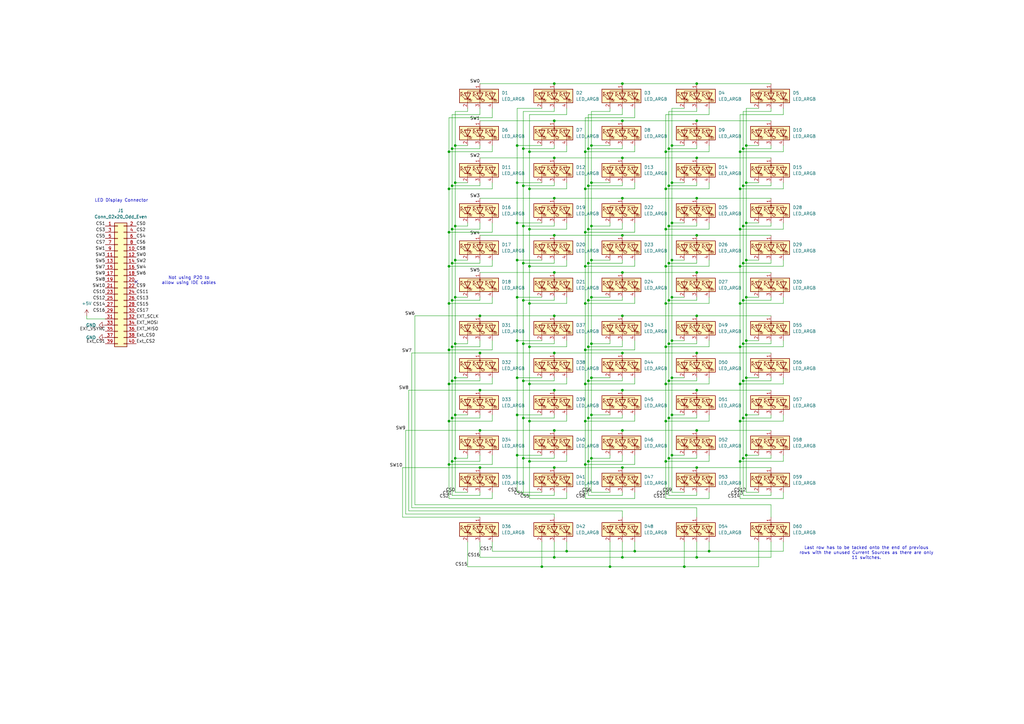
<source format=kicad_sch>
(kicad_sch (version 20231120) (generator "eeschema") (generator_version "8.0")
  (paper "A3")
  (junction (at 196.85 129.54))
  (junction (at 306.07 170.18))
  (junction (at 255.27 96.52))
  (junction (at 275.59 91.44))
  (junction (at 196.85 160.02))
  (junction (at 217.17 142.24))
  (junction (at 241.3 76.2))
  (junction (at 241.3 93.98))
  (junction (at 255.27 160.02))
  (junction (at 212.09 74.93))
  (junction (at 241.3 123.19))
  (junction (at 185.42 156.21))
  (junction (at 274.32 60.96))
  (junction (at 285.75 111.76))
  (junction (at 275.59 121.92))
  (junction (at 285.75 96.52))
  (junction (at 274.32 187.96))
  (junction (at 184.15 77.47))
  (junction (at 217.17 77.47))
  (junction (at 273.05 189.23))
  (junction (at 242.57 121.92))
  (junction (at 185.42 142.24))
  (junction (at 285.75 176.53))
  (junction (at 255.27 144.78))
  (junction (at 280.67 232.41))
  (junction (at 186.69 74.93))
  (junction (at 255.27 176.53))
  (junction (at 273.05 109.22))
  (junction (at 273.05 93.98))
  (junction (at 260.35 226.06))
  (junction (at 275.59 186.69))
  (junction (at 227.33 191.77))
  (junction (at 255.27 111.76))
  (junction (at 212.09 154.94))
  (junction (at 212.09 106.68))
  (junction (at 304.8 140.97))
  (junction (at 185.42 76.2))
  (junction (at 240.03 77.47))
  (junction (at 186.69 59.69))
  (junction (at 255.27 64.77))
  (junction (at 186.69 154.94))
  (junction (at 185.42 171.45))
  (junction (at 285.75 49.53))
  (junction (at 212.09 59.69))
  (junction (at 241.3 60.96))
  (junction (at 275.59 59.69))
  (junction (at 255.27 49.53))
  (junction (at 214.63 76.2))
  (junction (at 212.09 139.7))
  (junction (at 303.53 93.98))
  (junction (at 306.07 186.69))
  (junction (at 273.05 77.47))
  (junction (at 306.07 139.7))
  (junction (at 185.42 60.96))
  (junction (at 241.3 156.21))
  (junction (at 303.53 189.23))
  (junction (at 242.57 154.94))
  (junction (at 242.57 92.71))
  (junction (at 275.59 170.18))
  (junction (at 240.03 109.22))
  (junction (at 240.03 172.72))
  (junction (at 303.53 172.72))
  (junction (at 274.32 123.19))
  (junction (at 184.15 157.48))
  (junction (at 242.57 59.69))
  (junction (at 227.33 96.52))
  (junction (at 217.17 109.22))
  (junction (at 214.63 92.71))
  (junction (at 227.33 129.54))
  (junction (at 306.07 121.92))
  (junction (at 196.85 191.77))
  (junction (at 186.69 92.71))
  (junction (at 275.59 139.7))
  (junction (at 227.33 81.28))
  (junction (at 242.57 140.97))
  (junction (at 185.42 189.23))
  (junction (at 304.8 171.45))
  (junction (at 185.42 93.98))
  (junction (at 274.32 76.2))
  (junction (at 214.63 107.95))
  (junction (at 212.09 91.44))
  (junction (at 184.15 172.72))
  (junction (at 240.03 143.51))
  (junction (at 227.33 176.53))
  (junction (at 196.85 144.78))
  (junction (at 285.75 191.77))
  (junction (at 242.57 74.93))
  (junction (at 242.57 187.96))
  (junction (at 186.69 106.68))
  (junction (at 185.42 123.19))
  (junction (at 241.3 107.95))
  (junction (at 274.32 156.21))
  (junction (at 306.07 74.93))
  (junction (at 274.32 171.45))
  (junction (at 285.75 129.54))
  (junction (at 285.75 34.29))
  (junction (at 217.17 157.48))
  (junction (at 255.27 191.77))
  (junction (at 303.53 142.24))
  (junction (at 304.8 187.96))
  (junction (at 242.57 106.68))
  (junction (at 184.15 109.22))
  (junction (at 217.17 124.46))
  (junction (at 285.75 160.02))
  (junction (at 186.69 170.18))
  (junction (at 274.32 92.71))
  (junction (at 214.63 171.45))
  (junction (at 240.03 124.46))
  (junction (at 274.32 140.97))
  (junction (at 273.05 62.23))
  (junction (at 184.15 190.5))
  (junction (at 232.41 226.06))
  (junction (at 227.33 144.78))
  (junction (at 304.8 60.96))
  (junction (at 304.8 156.21))
  (junction (at 285.75 228.6))
  (junction (at 306.07 59.69))
  (junction (at 214.63 123.19))
  (junction (at 227.33 34.29))
  (junction (at 304.8 107.95))
  (junction (at 255.27 129.54))
  (junction (at 304.8 92.71))
  (junction (at 255.27 228.6))
  (junction (at 184.15 124.46))
  (junction (at 185.42 107.95))
  (junction (at 186.69 140.97))
  (junction (at 217.17 172.72))
  (junction (at 227.33 49.53))
  (junction (at 285.75 64.77))
  (junction (at 214.63 156.21))
  (junction (at 303.53 157.48))
  (junction (at 241.3 142.24))
  (junction (at 304.8 123.19))
  (junction (at 227.33 64.77))
  (junction (at 186.69 187.96))
  (junction (at 275.59 154.94))
  (junction (at 217.17 189.23))
  (junction (at 241.3 171.45))
  (junction (at 275.59 74.93))
  (junction (at 273.05 157.48))
  (junction (at 242.57 170.18))
  (junction (at 273.05 142.24))
  (junction (at 285.75 81.28))
  (junction (at 227.33 228.6))
  (junction (at 184.15 95.25))
  (junction (at 306.07 154.94))
  (junction (at 306.07 106.68))
  (junction (at 273.05 172.72))
  (junction (at 196.85 176.53))
  (junction (at 255.27 81.28))
  (junction (at 303.53 109.22))
  (junction (at 285.75 144.78))
  (junction (at 212.09 186.69))
  (junction (at 227.33 160.02))
  (junction (at 274.32 107.95))
  (junction (at 184.15 62.23))
  (junction (at 240.03 62.23))
  (junction (at 273.05 124.46))
  (junction (at 214.63 187.96))
  (junction (at 217.17 93.98))
  (junction (at 240.03 157.48))
  (junction (at 184.15 143.51))
  (junction (at 186.69 121.92))
  (junction (at 212.09 121.92))
  (junction (at 217.17 62.23))
  (junction (at 290.83 226.06))
  (junction (at 222.25 232.41))
  (junction (at 240.03 190.5))
  (junction (at 240.03 95.25))
  (junction (at 255.27 34.29))
  (junction (at 250.19 232.41))
  (junction (at 306.07 91.44))
  (junction (at 303.53 124.46))
  (junction (at 304.8 76.2))
  (junction (at 303.53 62.23))
  (junction (at 303.53 77.47))
  (junction (at 241.3 189.23))
  (junction (at 212.09 170.18))
  (junction (at 214.63 140.97))
  (junction (at 275.59 106.68))
  (junction (at 227.33 111.76))
  (junction (at 214.63 60.96))
  (no_connect (at 55.88 115.57))
  (wire (pts (xy 201.93 226.06) (xy 201.93 222.25)))
  (wire (pts (xy 240.03 157.48) (xy 260.35 157.48)))
  (wire (pts (xy 316.23 60.96) (xy 316.23 59.69)))
  (wire (pts (xy 201.93 106.68) (xy 201.93 109.22)))
  (wire (pts (xy 290.83 109.22) (xy 273.05 109.22)))
  (wire (pts (xy 241.3 203.2) (xy 241.3 189.23)))
  (wire (pts (xy 255.27 81.28) (xy 285.75 81.28)))
  (wire (pts (xy 242.57 74.93) (xy 242.57 92.71)))
  (wire (pts (xy 306.07 170.18) (xy 306.07 186.69)))
  (wire (pts (xy 227.33 44.45) (xy 227.33 45.72)))
  (wire (pts (xy 255.27 170.18) (xy 255.27 171.45)))
  (wire (pts (xy 290.83 91.44) (xy 290.83 93.98)))
  (wire (pts (xy 311.15 186.69) (xy 306.07 186.69)))
  (wire (pts (xy 232.41 189.23) (xy 232.41 186.69)))
  (wire (pts (xy 217.17 189.23) (xy 232.41 189.23)))
  (wire (pts (xy 186.69 201.93) (xy 191.77 201.93)))
  (wire (pts (xy 321.31 172.72) (xy 321.31 170.18)))
  (wire (pts (xy 241.3 156.21) (xy 241.3 171.45)))
  (wire (pts (xy 316.23 45.72) (xy 304.8 45.72)))
  (wire (pts (xy 240.03 204.47) (xy 260.35 204.47)))
  (wire (pts (xy 303.53 157.48) (xy 321.31 157.48)))
  (wire (pts (xy 191.77 187.96) (xy 186.69 187.96)))
  (wire (pts (xy 255.27 76.2) (xy 241.3 76.2)))
  (wire (pts (xy 274.32 203.2) (xy 274.32 187.96)))
  (wire (pts (xy 273.05 62.23) (xy 273.05 77.47)))
  (wire (pts (xy 232.41 93.98) (xy 232.41 91.44)))
  (wire (pts (xy 240.03 109.22) (xy 260.35 109.22)))
  (wire (pts (xy 285.75 144.78) (xy 316.23 144.78)))
  (wire (pts (xy 260.35 172.72) (xy 260.35 170.18)))
  (wire (pts (xy 196.85 64.77) (xy 227.33 64.77)))
  (wire (pts (xy 255.27 129.54) (xy 285.75 129.54)))
  (wire (pts (xy 191.77 222.25) (xy 191.77 232.41)))
  (wire (pts (xy 260.35 77.47) (xy 260.35 74.93)))
  (wire (pts (xy 227.33 154.94) (xy 227.33 156.21)))
  (wire (pts (xy 285.75 140.97) (xy 285.75 139.7)))
  (wire (pts (xy 316.23 76.2) (xy 304.8 76.2)))
  (wire (pts (xy 35.56 129.54) (xy 35.56 130.81)))
  (wire (pts (xy 255.27 121.92) (xy 255.27 123.19)))
  (wire (pts (xy 212.09 170.18) (xy 212.09 186.69)))
  (wire (pts (xy 275.59 170.18) (xy 275.59 186.69)))
  (wire (pts (xy 214.63 123.19) (xy 214.63 140.97)))
  (wire (pts (xy 274.32 45.72) (xy 285.75 45.72)))
  (wire (pts (xy 275.59 170.18) (xy 280.67 170.18)))
  (wire (pts (xy 255.27 123.19) (xy 241.3 123.19)))
  (wire (pts (xy 275.59 44.45) (xy 275.59 59.69)))
  (wire (pts (xy 285.75 203.2) (xy 285.75 201.93)))
  (wire (pts (xy 303.53 62.23) (xy 303.53 77.47)))
  (wire (pts (xy 242.57 59.69) (xy 242.57 74.93)))
  (wire (pts (xy 275.59 59.69) (xy 280.67 59.69)))
  (wire (pts (xy 184.15 48.26) (xy 184.15 62.23)))
  (wire (pts (xy 217.17 142.24) (xy 217.17 157.48)))
  (wire (pts (xy 227.33 201.93) (xy 227.33 203.2)))
  (wire (pts (xy 168.91 144.78) (xy 196.85 144.78)))
  (wire (pts (xy 186.69 59.69) (xy 191.77 59.69)))
  (wire (pts (xy 275.59 91.44) (xy 275.59 106.68)))
  (wire (pts (xy 242.57 121.92) (xy 250.19 121.92)))
  (wire (pts (xy 196.85 212.09) (xy 165.1 212.09)))
  (wire (pts (xy 240.03 190.5) (xy 240.03 204.47)))
  (wire (pts (xy 242.57 154.94) (xy 250.19 154.94)))
  (wire (pts (xy 217.17 93.98) (xy 217.17 109.22)))
  (wire (pts (xy 290.83 226.06) (xy 260.35 226.06)))
  (wire (pts (xy 260.35 143.51) (xy 240.03 143.51)))
  (wire (pts (xy 227.33 160.02) (xy 255.27 160.02)))
  (wire (pts (xy 303.53 124.46) (xy 321.31 124.46)))
  (wire (pts (xy 316.23 121.92) (xy 316.23 123.19)))
  (wire (pts (xy 285.75 34.29) (xy 316.23 34.29)))
  (wire (pts (xy 316.23 171.45) (xy 304.8 171.45)))
  (wire (pts (xy 255.27 176.53) (xy 285.75 176.53)))
  (wire (pts (xy 255.27 203.2) (xy 255.27 201.93)))
  (wire (pts (xy 165.1 212.09) (xy 165.1 191.77)))
  (wire (pts (xy 185.42 142.24) (xy 185.42 156.21)))
  (wire (pts (xy 214.63 45.72) (xy 214.63 60.96)))
  (wire (pts (xy 186.69 45.72) (xy 186.69 59.69)))
  (wire (pts (xy 184.15 124.46) (xy 184.15 143.51)))
  (wire (pts (xy 260.35 186.69) (xy 260.35 190.5)))
  (wire (pts (xy 316.23 139.7) (xy 316.23 140.97)))
  (wire (pts (xy 290.83 204.47) (xy 273.05 204.47)))
  (wire (pts (xy 212.09 121.92) (xy 212.09 139.7)))
  (wire (pts (xy 196.85 76.2) (xy 196.85 74.93)))
  (wire (pts (xy 240.03 109.22) (xy 240.03 124.46)))
  (wire (pts (xy 290.83 59.69) (xy 290.83 62.23)))
  (wire (pts (xy 311.15 91.44) (xy 306.07 91.44)))
  (wire (pts (xy 240.03 172.72) (xy 240.03 190.5)))
  (wire (pts (xy 184.15 124.46) (xy 201.93 124.46)))
  (wire (pts (xy 227.33 121.92) (xy 227.33 123.19)))
  (wire (pts (xy 217.17 62.23) (xy 217.17 46.99)))
  (wire (pts (xy 274.32 203.2) (xy 285.75 203.2)))
  (wire (pts (xy 255.27 191.77) (xy 285.75 191.77)))
  (wire (pts (xy 250.19 139.7) (xy 250.19 140.97)))
  (wire (pts (xy 241.3 76.2) (xy 241.3 93.98)))
  (wire (pts (xy 290.83 222.25) (xy 290.83 226.06)))
  (wire (pts (xy 227.33 186.69) (xy 227.33 187.96)))
  (wire (pts (xy 241.3 107.95) (xy 241.3 123.19)))
  (wire (pts (xy 306.07 74.93) (xy 306.07 91.44)))
  (wire (pts (xy 274.32 92.71) (xy 285.75 92.71)))
  (wire (pts (xy 196.85 123.19) (xy 196.85 121.92)))
  (wire (pts (xy 285.75 187.96) (xy 285.75 186.69)))
  (wire (pts (xy 290.83 46.99) (xy 273.05 46.99)))
  (wire (pts (xy 185.42 76.2) (xy 185.42 93.98)))
  (wire (pts (xy 196.85 106.68) (xy 196.85 107.95)))
  (wire (pts (xy 285.75 222.25) (xy 285.75 228.6)))
  (wire (pts (xy 217.17 62.23) (xy 232.41 62.23)))
  (wire (pts (xy 227.33 111.76) (xy 255.27 111.76)))
  (wire (pts (xy 274.32 140.97) (xy 274.32 156.21)))
  (wire (pts (xy 285.75 49.53) (xy 316.23 49.53)))
  (wire (pts (xy 311.15 139.7) (xy 306.07 139.7)))
  (wire (pts (xy 260.35 59.69) (xy 260.35 62.23)))
  (wire (pts (xy 285.75 170.18) (xy 285.75 171.45)))
  (wire (pts (xy 275.59 121.92) (xy 275.59 139.7)))
  (wire (pts (xy 214.63 123.19) (xy 227.33 123.19)))
  (wire (pts (xy 214.63 76.2) (xy 214.63 92.71)))
  (wire (pts (xy 303.53 109.22) (xy 303.53 124.46)))
  (wire (pts (xy 316.23 207.01) (xy 170.18 207.01)))
  (wire (pts (xy 217.17 93.98) (xy 232.41 93.98)))
  (wire (pts (xy 240.03 143.51) (xy 240.03 157.48)))
  (wire (pts (xy 241.3 203.2) (xy 255.27 203.2)))
  (wire (pts (xy 316.23 107.95) (xy 316.23 106.68)))
  (wire (pts (xy 201.93 186.69) (xy 201.93 190.5)))
  (wire (pts (xy 321.31 186.69) (xy 321.31 189.23)))
  (wire (pts (xy 227.33 107.95) (xy 214.63 107.95)))
  (wire (pts (xy 35.56 130.81) (xy 43.18 130.81)))
  (wire (pts (xy 303.53 77.47) (xy 303.53 93.98)))
  (wire (pts (xy 285.75 156.21) (xy 285.75 154.94)))
  (wire (pts (xy 273.05 189.23) (xy 273.05 204.47)))
  (wire (pts (xy 212.09 44.45) (xy 212.09 59.69)))
  (wire (pts (xy 304.8 60.96) (xy 316.23 60.96)))
  (wire (pts (xy 290.83 93.98) (xy 273.05 93.98)))
  (wire (pts (xy 196.85 189.23) (xy 185.42 189.23)))
  (wire (pts (xy 304.8 171.45) (xy 304.8 187.96)))
  (wire (pts (xy 217.17 46.99) (xy 232.41 46.99)))
  (wire (pts (xy 260.35 154.94) (xy 260.35 157.48)))
  (wire (pts (xy 316.23 228.6) (xy 285.75 228.6)))
  (wire (pts (xy 232.41 62.23) (xy 232.41 59.69)))
  (wire (pts (xy 232.41 121.92) (xy 232.41 124.46)))
  (wire (pts (xy 201.93 201.93) (xy 201.93 204.47)))
  (wire (pts (xy 241.3 46.99) (xy 255.27 46.99)))
  (wire (pts (xy 303.53 124.46) (xy 303.53 142.24)))
  (wire (pts (xy 240.03 77.47) (xy 260.35 77.47)))
  (wire (pts (xy 167.64 160.02) (xy 196.85 160.02)))
  (wire (pts (xy 214.63 107.95) (xy 214.63 123.19)))
  (wire (pts (xy 260.35 201.93) (xy 260.35 204.47)))
  (wire (pts (xy 321.31 157.48) (xy 321.31 154.94)))
  (wire (pts (xy 260.35 226.06) (xy 232.41 226.06)))
  (wire (pts (xy 165.1 191.77) (xy 196.85 191.77)))
  (wire (pts (xy 304.8 156.21) (xy 316.23 156.21)))
  (wire (pts (xy 241.3 60.96) (xy 241.3 46.99)))
  (wire (pts (xy 316.23 186.69) (xy 316.23 187.96)))
  (wire (pts (xy 201.93 48.26) (xy 184.15 48.26)))
  (wire (pts (xy 321.31 222.25) (xy 321.31 226.06)))
  (wire (pts (xy 201.93 139.7) (xy 201.93 143.51)))
  (wire (pts (xy 255.27 222.25) (xy 255.27 228.6)))
  (wire (pts (xy 290.83 139.7) (xy 290.83 142.24)))
  (wire (pts (xy 255.27 96.52) (xy 285.75 96.52)))
  (wire (pts (xy 196.85 96.52) (xy 227.33 96.52)))
  (wire (pts (xy 290.83 44.45) (xy 290.83 46.99)))
  (wire (pts (xy 222.25 44.45) (xy 212.09 44.45)))
  (wire (pts (xy 212.09 106.68) (xy 222.25 106.68)))
  (wire (pts (xy 191.77 232.41) (xy 222.25 232.41)))
  (wire (pts (xy 275.59 121.92) (xy 280.67 121.92)))
  (wire (pts (xy 321.31 124.46) (xy 321.31 121.92)))
  (wire (pts (xy 186.69 92.71) (xy 186.69 106.68)))
  (wire (pts (xy 201.93 77.47) (xy 201.93 74.93)))
  (wire (pts (xy 201.93 44.45) (xy 201.93 48.26)))
  (wire (pts (xy 191.77 139.7) (xy 191.77 140.97)))
  (wire (pts (xy 273.05 172.72) (xy 273.05 189.23)))
  (wire (pts (xy 227.33 81.28) (xy 255.27 81.28)))
  (wire (pts (xy 240.03 172.72) (xy 260.35 172.72)))
  (wire (pts (xy 185.42 171.45) (xy 196.85 171.45)))
  (wire (pts (xy 196.85 156.21) (xy 185.42 156.21)))
  (wire (pts (xy 274.32 156.21) (xy 285.75 156.21)))
  (wire (pts (xy 240.03 124.46) (xy 260.35 124.46)))
  (wire (pts (xy 285.75 208.28) (xy 168.91 208.28)))
  (wire (pts (xy 196.85 111.76) (xy 227.33 111.76)))
  (wire (pts (xy 184.15 77.47) (xy 184.15 95.25)))
  (wire (pts (xy 242.57 201.93) (xy 250.19 201.93)))
  (wire (pts (xy 217.17 157.48) (xy 217.17 172.72)))
  (wire (pts (xy 227.33 106.68) (xy 227.33 107.95)))
  (wire (pts (xy 196.85 160.02) (xy 227.33 160.02)))
  (wire (pts (xy 201.93 143.51) (xy 184.15 143.51)))
  (wire (pts (xy 290.83 142.24) (xy 273.05 142.24)))
  (wire (pts (xy 185.42 76.2) (xy 196.85 76.2)))
  (wire (pts (xy 321.31 142.24) (xy 303.53 142.24)))
  (wire (pts (xy 196.85 60.96) (xy 185.42 60.96)))
  (wire (pts (xy 212.09 201.93) (xy 222.25 201.93)))
  (wire (pts (xy 304.8 156.21) (xy 304.8 171.45)))
  (wire (pts (xy 227.33 64.77) (xy 255.27 64.77)))
  (wire (pts (xy 255.27 209.55) (xy 167.64 209.55)))
  (wire (pts (xy 227.33 74.93) (xy 227.33 76.2)))
  (wire (pts (xy 167.64 209.55) (xy 167.64 160.02)))
  (wire (pts (xy 196.85 154.94) (xy 196.85 156.21)))
  (wire (pts (xy 185.42 107.95) (xy 185.42 123.19)))
  (wire (pts (xy 240.03 157.48) (xy 240.03 172.72)))
  (wire (pts (xy 227.33 129.54) (xy 255.27 129.54)))
  (wire (pts (xy 185.42 123.19) (xy 185.42 142.24)))
  (wire (pts (xy 212.09 186.69) (xy 212.09 201.93)))
  (wire (pts (xy 255.27 160.02) (xy 285.75 160.02)))
  (wire (pts (xy 250.19 45.72) (xy 242.57 45.72)))
  (wire (pts (xy 274.32 156.21) (xy 274.32 171.45)))
  (wire (pts (xy 201.93 109.22) (xy 184.15 109.22)))
  (wire (pts (xy 186.69 154.94) (xy 191.77 154.94)))
  (wire (pts (xy 306.07 154.94) (xy 306.07 170.18)))
  (wire (pts (xy 321.31 62.23) (xy 321.31 59.69)))
  (wire (pts (xy 186.69 121.92) (xy 191.77 121.92)))
  (wire (pts (xy 212.09 74.93) (xy 222.25 74.93)))
  (wire (pts (xy 232.41 204.47) (xy 232.41 201.93)))
  (wire (pts (xy 304.8 187.96) (xy 304.8 203.2)))
  (wire (pts (xy 250.19 92.71) (xy 242.57 92.71)))
  (wire (pts (xy 303.53 172.72) (xy 321.31 172.72)))
  (wire (pts (xy 184.15 143.51) (xy 184.15 157.48)))
  (wire (pts (xy 242.57 45.72) (xy 242.57 59.69)))
  (wire (pts (xy 227.33 140.97) (xy 214.63 140.97)))
  (wire (pts (xy 242.57 106.68) (xy 242.57 121.92)))
  (wire (pts (xy 214.63 140.97) (xy 214.63 156.21)))
  (wire (pts (xy 242.57 121.92) (xy 242.57 140.97)))
  (wire (pts (xy 306.07 106.68) (xy 311.15 106.68)))
  (wire (pts (xy 316.23 123.19) (xy 304.8 123.19)))
  (wire (pts (xy 196.85 191.77) (xy 227.33 191.77)))
  (wire (pts (xy 255.27 171.45) (xy 241.3 171.45)))
  (wire (pts (xy 217.17 157.48) (xy 232.41 157.48)))
  (wire (pts (xy 227.33 59.69) (xy 227.33 60.96)))
  (wire (pts (xy 285.75 74.93) (xy 285.75 76.2)))
  (wire (pts (xy 255.27 44.45) (xy 255.27 46.99)))
  (wire (pts (xy 227.33 45.72) (xy 214.63 45.72)))
  (wire (pts (xy 303.53 93.98) (xy 303.53 109.22)))
  (wire (pts (xy 304.8 123.19) (xy 304.8 140.97)))
  (wire (pts (xy 212.09 59.69) (xy 222.25 59.69)))
  (wire (pts (xy 222.25 91.44) (xy 212.09 91.44)))
  (wire (pts (xy 217.17 109.22) (xy 232.41 109.22)))
  (wire (pts (xy 316.23 222.25) (xy 316.23 228.6)))
  (wire (pts (xy 196.85 81.28) (xy 227.33 81.28)))
  (wire (pts (xy 285.75 92.71) (xy 285.75 91.44)))
  (wire (pts (xy 186.69 74.93) (xy 186.69 92.71)))
  (wire (pts (xy 285.75 121.92) (xy 285.75 123.19)))
  (wire (pts (xy 241.3 93.98) (xy 241.3 107.95)))
  (wire (pts (xy 227.33 96.52) (xy 255.27 96.52)))
  (wire (pts (xy 227.33 60.96) (xy 214.63 60.96)))
  (wire (pts (xy 321.31 46.99) (xy 303.53 46.99)))
  (wire (pts (xy 191.77 140.97) (xy 186.69 140.97)))
  (wire (pts (xy 255.27 49.53) (xy 285.75 49.53)))
  (wire (pts (xy 285.75 123.19) (xy 274.32 123.19)))
  (wire (pts (xy 273.05 142.24) (xy 273.05 157.48)))
  (wire (pts (xy 316.23 187.96) (xy 304.8 187.96)))
  (wire (pts (xy 260.35 106.68) (xy 260.35 109.22)))
  (wire (pts (xy 201.93 95.25) (xy 184.15 95.25)))
  (wire (pts (xy 227.33 91.44) (xy 227.33 92.71)))
  (wire (pts (xy 227.33 222.25) (xy 227.33 228.6)))
  (wire (pts (xy 222.25 222.25) (xy 222.25 232.41)))
  (wire (pts (xy 285.75 191.77) (xy 316.23 191.77)))
  (wire (pts (xy 201.93 172.72) (xy 201.93 170.18)))
  (wire (pts (xy 201.93 204.47) (xy 184.15 204.47)))
  (wire (pts (xy 241.3 142.24) (xy 255.27 142.24)))
  (wire (pts (xy 280.67 186.69) (xy 275.59 186.69)))
  (wire (pts (xy 185.42 156.21) (xy 185.42 171.45)))
  (wire (pts (xy 306.07 59.69) (xy 306.07 74.93)))
  (wire (pts (xy 201.93 157.48) (xy 184.15 157.48)))
  (wire (pts (xy 212.09 154.94) (xy 212.09 170.18)))
  (wire (pts (xy 255.27 74.93) (xy 255.27 76.2)))
  (wire (pts (xy 321.31 91.44) (xy 321.31 93.98)))
  (wire (pts (xy 232.41 124.46) (xy 217.17 124.46)))
  (wire (pts (xy 285.75 176.53) (xy 316.23 176.53)))
  (wire (pts (xy 290.83 62.23) (xy 273.05 62.23)))
  (wire (pts (xy 241.3 93.98) (xy 255.27 93.98)))
  (wire (pts (xy 214.63 76.2) (xy 227.33 76.2)))
  (wire (pts (xy 303.53 157.48) (xy 303.53 172.72)))
  (wire (pts (xy 316.23 92.71) (xy 304.8 92.71)))
  (wire (pts (xy 232.41 142.24) (xy 232.41 139.7)))
  (wire (pts (xy 186.69 74.93) (xy 191.77 74.93)))
  (wire (pts (xy 201.93 154.94) (xy 201.93 157.48)))
  (wire (pts (xy 280.67 222.25) (xy 280.67 232.41)))
  (wire (pts (xy 212.09 154.94) (xy 222.25 154.94)))
  (wire (pts (xy 250.19 91.44) (xy 250.19 92.71)))
  (wire (pts (xy 250.19 232.41) (xy 280.67 232.41)))
  (wire (pts (xy 290.83 186.69) (xy 290.83 189.23)))
  (wire (pts (xy 285.75 129.54) (xy 316.23 129.54)))
  (wire (pts (xy 285.75 111.76) (xy 316.23 111.76)))
  (wire (pts (xy 250.19 222.25) (xy 250.19 232.41)))
  (wire (pts (xy 184.15 190.5) (xy 184.15 204.47)))
  (wire (pts (xy 274.32 60.96) (xy 274.32 45.72)))
  (wire (pts (xy 250.19 140.97) (xy 242.57 140.97)))
  (wire (pts (xy 260.35 222.25) (xy 260.35 226.06)))
  (wire (pts (xy 222.25 186.69) (xy 212.09 186.69)))
  (wire (pts (xy 303.53 109.22) (xy 321.31 109.22)))
  (wire (pts (xy 285.75 96.52) (xy 316.23 96.52)))
  (wire (pts (xy 255.27 107.95) (xy 255.27 106.68)))
  (wire (pts (xy 212.09 139.7) (xy 212.09 154.94)))
  (wire (pts (xy 273.05 77.47) (xy 290.83 77.47)))
  (wire (pts (xy 186.69 106.68) (xy 186.69 121.92)))
  (wire (pts (xy 311.15 44.45) (xy 306.07 44.45)))
  (wire (pts (xy 306.07 59.69) (xy 311.15 59.69)))
  (wire (pts (xy 255.27 228.6) (xy 227.33 228.6)))
  (wire (pts (xy 321.31 189.23) (xy 303.53 189.23)))
  (wire (pts (xy 303.53 62.23) (xy 321.31 62.23)))
  (wire (pts (xy 185.42 46.99) (xy 185.42 60.96)))
  (wire (pts (xy 274.32 76.2) (xy 274.32 92.71)))
  (wire (pts (xy 184.15 95.25) (xy 184.15 109.22)))
  (wire (pts (xy 316.23 74.93) (xy 316.23 76.2)))
  (wire (pts (xy 306.07 121.92) (xy 306.07 139.7)))
  (wire (pts (xy 260.35 44.45) (xy 260.35 48.26)))
  (wire (pts (xy 303.53 172.72) (xy 303.53 189.23)))
  (wire (pts (xy 240.03 48.26) (xy 240.03 62.23)))
  (wire (pts (xy 241.3 189.23) (xy 255.27 189.23)))
  (wire (pts (xy 255.27 156.21) (xy 255.27 154.94)))
  (wire (pts (xy 304.8 92.71) (xy 304.8 107.95)))
  (wire (pts (xy 186.69 106.68) (xy 191.77 106.68)))
  (wire (pts (xy 260.35 91.44) (xy 260.35 95.25)))
  (wire (pts (xy 201.93 190.5) (xy 184.15 190.5)))
  (wire (pts (xy 273.05 93.98) (xy 273.05 109.22)))
  (wire (pts (xy 290.83 172.72) (xy 290.83 170.18)))
  (wire (pts (xy 217.17 204.47) (xy 217.17 189.23)))
  (wire (pts (xy 321.31 77.47) (xy 321.31 74.93)))
  (wire (pts (xy 196.85 59.69) (xy 196.85 60.96)))
  (wire (pts (xy 242.57 106.68) (xy 250.19 106.68)))
  (wire (pts (xy 316.23 203.2) (xy 316.23 201.93)))
  (wire (pts (xy 316.23 140.97) (xy 304.8 140.97)))
  (wire (pts (xy 280.67 139.7) (xy 275.59 139.7)))
  (wire (pts (xy 290.83 201.93) (xy 290.83 204.47)))
  (wire (pts (xy 316.23 170.18) (xy 316.23 171.45)))
  (wire (pts (xy 214.63 60.96) (xy 214.63 76.2)))
  (wire (pts (xy 274.32 140.97) (xy 285.75 140.97)))
  (wire (pts (xy 196.85 201.93) (xy 196.85 203.2)))
  (wire (pts (xy 250.19 44.45) (xy 250.19 45.72)))
  (wire (pts (xy 227.33 228.6) (xy 196.85 228.6)))
  (wire (pts (xy 304.8 107.95) (xy 304.8 123.19)))
  (wire (pts (xy 212.09 170.18) (xy 222.25 170.18)))
  (wire (pts (xy 303.53 204.47) (xy 321.31 204.47)))
  (wire (pts (xy 321.31 93.98) (xy 303.53 93.98)))
  (wire (pts (xy 201.93 62.23) (xy 184.15 62.23)))
  (wire (pts (xy 196.85 93.98) (xy 185.42 93.98)))
  (wire (pts (xy 196.85 203.2) (xy 185.42 203.2)))
  (wire (pts (xy 321.31 44.45) (xy 321.31 46.99)))
  (wire (pts (xy 242.57 154.94) (xy 242.57 170.18)))
  (wire (pts (xy 285.75 171.45) (xy 274.32 171.45)))
  (wire (pts (xy 201.93 124.46) (xy 201.93 121.92)))
  (wire (pts (xy 227.33 34.29) (xy 255.27 34.29)))
  (wire (pts (xy 227.33 144.78) (xy 255.27 144.78)))
  (wire (pts (xy 227.33 139.7) (xy 227.33 140.97)))
  (wire (pts (xy 227.33 212.09) (xy 227.33 210.82)))
  (wire (pts (xy 250.19 187.96) (xy 242.57 187.96)))
  (wire (pts (xy 316.23 212.09) (xy 316.23 207.01)))
  (wire (pts (xy 260.35 48.26) (xy 240.03 48.26)))
  (wire (pts (xy 275.59 74.93) (xy 280.67 74.93)))
  (wire (pts (xy 191.77 186.69) (xy 191.77 187.96)))
  (wire (pts (xy 285.75 76.2) (xy 274.32 76.2)))
  (wire (pts (xy 196.85 171.45) (xy 196.85 170.18)))
  (wire (pts (xy 232.41 46.99) (xy 232.41 44.45)))
  (wire (pts (xy 321.31 139.7) (xy 321.31 142.24)))
  (wire (pts (xy 273.05 124.46) (xy 290.83 124.46)))
  (wire (pts (xy 304.8 203.2) (xy 316.23 203.2)))
  (wire (pts (xy 232.41 157.48) (xy 232.41 154.94)))
  (wire (pts (xy 274.32 76.2) (xy 274.32 60.96)))
  (wire (pts (xy 303.53 189.23) (xy 303.53 204.47)))
  (wire (pts (xy 255.27 139.7) (xy 255.27 142.24)))
  (wire (pts (xy 222.25 139.7) (xy 212.09 139.7)))
  (wire (pts (xy 260.35 124.46) (xy 260.35 121.92)))
  (wire (pts (xy 255.27 34.29) (xy 285.75 34.29)))
  (wire (pts (xy 232.41 74.93) (xy 232.41 77.47)))
  (wire (pts (xy 184.15 172.72) (xy 201.93 172.72)))
  (wire (pts (xy 280.67 232.41) (xy 311.15 232.41)))
  (wire (pts (xy 196.85 142.24) (xy 185.42 142.24)))
  (wire (pts (xy 260.35 139.7) (xy 260.35 143.51)))
  (wire (pts (xy 321.31 109.22) (xy 321.31 106.68)))
  (wire (pts (xy 227.33 92.71) (xy 214.63 92.71)))
  (wire (pts (xy 304.8 76.2) (xy 304.8 92.71)))
  (wire (pts (xy 290.83 106.68) (xy 290.83 109.22)))
  (wire (pts (xy 201.93 91.44) (xy 201.93 95.25)))
  (wire (pts (xy 240.03 62.23) (xy 260.35 62.23)))
  (wire (pts (xy 303.53 77.47) (xy 321.31 77.47)))
  (wire (pts (xy 316.23 44.45) (xy 316.23 45.72)))
  (wire (pts (xy 285.75 64.77) (xy 316.23 64.77)))
  (wire (pts (xy 316.23 156.21) (xy 316.23 154.94)))
  (wire (pts (xy 260.35 95.25) (xy 240.03 95.25)))
  (wire (pts (xy 201.93 59.69) (xy 201.93 62.23)))
  (wire (pts (xy 242.57 74.93) (xy 250.19 74.93)))
  (wire (pts (xy 280.67 91.44) (xy 275.59 91.44)))
  (wire (pts (xy 285.75 60.96) (xy 285.75 59.69)))
  (wire (pts (xy 274.32 107.95) (xy 274.32 123.19)))
  (wire (pts (xy 214.63 92.71) (xy 214.63 107.95)))
  (wire (pts (xy 227.33 191.77) (xy 255.27 191.77)))
  (wire (pts (xy 227.33 203.2) (xy 214.63 203.2)))
  (wire (pts (xy 290.83 189.23) (xy 273.05 189.23)))
  (wire (pts (xy 303.53 46.99) (xy 303.53 62.23)))
  (wire (pts (xy 186.69 59.69) (xy 186.69 74.93)))
  (wire (pts (xy 242.57 187.96) (xy 242.57 201.93)))
  (wire (pts (xy 241.3 60.96) (xy 255.27 60.96)))
  (wire (pts (xy 196.85 186.69) (xy 196.85 189.23)))
  (wire (pts (xy 273.05 157.48) (xy 273.05 172.72)))
  (wire (pts (xy 274.32 187.96) (xy 285.75 187.96)))
  (wire (pts (xy 217.17 142.24) (xy 232.41 142.24)))
  (wire (pts (xy 217.17 77.47) (xy 217.17 93.98)))
  (wire (pts (xy 260.35 190.5) (xy 240.03 190.5)))
  (wire (pts (xy 241.3 142.24) (xy 241.3 156.21)))
  (wire (pts (xy 196.85 44.45) (xy 196.85 46.99)))
  (wire (pts (xy 184.15 172.72) (xy 184.15 190.5)))
  (wire (pts (xy 232.41 222.25) (xy 232.41 226.06)))
  (wire (pts (xy 166.37 210.82) (xy 166.37 176.53)))
  (wire (pts (xy 306.07 201.93) (xy 311.15 201.93)))
  (wire (pts (xy 184.15 157.48) (xy 184.15 172.72)))
  (wire (pts (xy 304.8 45.72) (xy 304.8 60.96)))
  (wire (pts (xy 285.75 208.28) (xy 285.75 212.09)))
  (wire (pts (xy 274.32 171.45) (xy 274.32 187.96)))
  (wire (pts (xy 196.85 129.54) (xy 227.33 129.54)))
  (wire (pts (xy 273.05 77.47) (xy 273.05 93.98)))
  (wire (pts (xy 242.57 140.97) (xy 242.57 154.94)))
  (wire (pts (xy 242.57 59.69) (xy 250.19 59.69)))
  (wire (pts (xy 186.69 154.94) (xy 186.69 170.18)))
  (wire (pts (xy 311.15 232.41) (xy 311.15 222.25)))
  (wire (pts (xy 240.03 77.47) (xy 240.03 95.25)))
  (wire (pts (xy 306.07 74.93) (xy 311.15 74.93)))
  (wire (pts (xy 306.07 139.7) (xy 306.07 154.94)))
  (wire (pts (xy 306.07 154.94) (xy 311.15 154.94)))
  (wire (pts (xy 214.63 171.45) (xy 227.33 171.45)))
  (wire (pts (xy 240.03 62.23) (xy 240.03 77.47)))
  (wire (pts (xy 273.05 109.22) (xy 273.05 124.46)))
  (wire (pts (xy 275.59 106.68) (xy 275.59 121.92)))
  (wire (pts (xy 290.83 77.47) (xy 290.83 74.93)))
  (wire (pts (xy 196.85 46.99) (xy 185.42 46.99)))
  (wire (pts (xy 255.27 212.09) (xy 255.27 209.55)))
  (wire (pts (xy 227.33 187.96) (xy 214.63 187.96)))
  (wire (pts (xy 255.27 91.44) (xy 255.27 93.98)))
  (wire (pts (xy 168.91 208.28) (xy 168.91 144.78)))
  (wire (pts (xy 214.63 156.21) (xy 214.63 171.45)))
  (wire (pts (xy 232.41 109.22) (xy 232.41 106.68)))
  (wire (pts (xy 191.77 92.71) (xy 186.69 92.71)))
  (wire (pts (xy 255.27 60.96) (xy 255.27 59.69)))
  (wire (pts (xy 321.31 226.06) (xy 290.83 226.06)))
  (wire (pts (xy 217.17 109.22) (xy 217.17 124.46)))
  (wire (pts (xy 196.85 228.6) (xy 196.85 222.25)))
  (wire (pts (xy 255.27 111.76) (xy 285.75 111.76)))
  (wire (pts (xy 232.41 170.18) (xy 232.41 172.72)))
  (wire (pts (xy 241.3 156.21) (xy 255.27 156.21)))
  (wire (pts (xy 290.83 124.46) (xy 290.83 121.92)))
  (wire (pts (xy 306.07 91.44) (xy 306.07 106.68)))
  (wire (pts (xy 255.27 144.78) (xy 285.75 144.78)))
  (wire (pts (xy 242.57 92.71) (xy 242.57 106.68)))
  (wire (pts (xy 275.59 106.68) (xy 280.67 106.68)))
  (wire (pts (xy 306.07 106.68) (xy 306.07 121.92)))
  (wire (pts (xy 304.8 107.95) (xy 316.23 107.95)))
  (wire (pts (xy 306.07 186.69) (xy 306.07 201.93)))
  (wire (pts (xy 227.33 49.53) (xy 255.27 49.53)))
  (wire (pts (xy 196.85 139.7) (xy 196.85 142.24)))
  (wire (pts (xy 185.42 60.96) (xy 185.42 76.2)))
  (wire (pts (xy 232.41 226.06) (xy 201.93 226.06)))
  (wire (pts (xy 166.37 176.53) (xy 196.85 176.53)))
  (wire (pts (xy 191.77 91.44) (xy 191.77 92.71)))
  (wire (pts (xy 275.59 154.94) (xy 280.67 154.94)))
  (wire (pts (xy 240.03 124.46) (xy 240.03 143.51)))
  (wire (pts (xy 285.75 160.02) (xy 316.23 160.02)))
  (wire (pts (xy 214.63 187.96) (xy 214.63 203.2)))
  (wire (pts (xy 227.33 210.82) (xy 166.37 210.82)))
  (wire (pts (xy 196.85 91.44) (xy 196.85 93.98)))
  (wire (pts (xy 274.32 123.19) (xy 274.32 140.97)))
  (wire (pts (xy 285.75 107.95) (xy 285.75 106.68)))
  (wire (pts (xy 255.27 186.69) (xy 255.27 189.23)))
  (wire (pts (xy 275.59 201.93) (xy 280.67 201.93)))
  (wire (pts (xy 242.57 170.18) (xy 250.19 170.18)))
  (wire (pts (xy 303.53 142.24) (xy 303.53 157.48)))
  (wire (pts (xy 240.03 95.25) (xy 240.03 109.22)))
  (wire (pts (xy 217.17 172.72) (xy 217.17 189.23)))
  (wire (pts (xy 304.8 140.97) (xy 304.8 156.21)))
  (wire (pts (xy 212.09 59.69) (xy 212.09 74.93)))
  (wire (pts (xy 242.57 170.18) (xy 242.57 187.96)))
  (wire (pts (xy 273.05 124.46) (xy 273.05 142.24)))
  (wire (pts (xy 241.3 76.2) (xy 241.3 60.96)))
  (wire (pts (xy 274.32 60.96) (xy 285.75 60.96)))
  (wire (pts (xy 275.59 154.94) (xy 275.59 170.18)))
  (wire (pts (xy 275.59 186.69) (xy 275.59 201.93)))
  (wire (pts (xy 170.18 129.54) (xy 196.85 129.54)))
  (wire (pts (xy 241.3 171.45) (xy 241.3 189.23)))
  (wire (pts (xy 285.75 81.28) (xy 316.23 81.28)))
  (wire (pts (xy 217.17 204.47) (xy 232.41 204.47)))
  (wire (pts (xy 212.09 106.68) (xy 212.09 121.92)))
  (wire (pts (xy 185.42 93.98) (xy 185.42 107.95)))
  (wire (pts (xy 290.83 154.94) (xy 290.83 157.48)))
  (wire (pts (xy 275.59 59.69) (xy 275.59 74.93)))
  (wire (pts (xy 316.23 91.44) (xy 316.23 92.71)))
  (wire (pts (xy 217.17 124.46) (xy 217.17 142.24)))
  (wire (pts (xy 217.17 77.47) (xy 217.17 62.23)))
  (wire (pts (xy 274.32 107.95) (xy 285.75 107.95)))
  (wire (pts (xy 227.33 170.18) (xy 227.33 171.45)))
  (wire (pts (xy 285.75 45.72) (xy 285.75 44.45)))
  (wire (pts (xy 275.59 139.7) (xy 275.59 154.94)))
  (wire (pts (xy 285.75 228.6) (xy 255.27 228.6)))
  (wire (pts (xy 170.18 207.01) (xy 170.18 129.54)))
  (wire (pts (xy 191.77 44.45) (xy 191.77 45.72)))
  (wire (pts (xy 227.33 176.53) (xy 255.27 176.53)))
  (wire (pts (xy 232.41 77.47) (xy 217.17 77.47)))
  (wire (pts (xy 214.63 171.45) (xy 214.63 187.96)))
  (wire (pts (xy 185.42 123.19) (xy 196.85 123.19)))
  (wire (pts (xy 185.42 171.45) (xy 185.42 189.23)))
  (wire (pts (xy 212.09 121.92) (xy 222.25 121.92)))
  (wire (pts (xy 241.3 123.19) (xy 241.3 142.24)))
  (wire (pts (xy 273.05 46.99) (xy 273.05 62.23)))
  (wire (pts (xy 186.69 121.92) (xy 186.69 140.97)))
  (wire (pts (xy 196.85 49.53) (xy 227.33 49.53)))
  (wire (pts (xy 304.8 76.2) (xy 304.8 60.96)))
  (wire (pts (xy 306.07 121.92) (xy 311.15 121.92)))
  (wire (pts (xy 185.42 189.23) (xy 185.42 203.2)))
  (wire (pts (xy 184.15 62.23) (xy 184.15 77.47)))
  (wire (pts (xy 186.69 170.18) (xy 191.77 170.18)))
  (wire (pts (xy 274.32 92.71) (xy 274.32 107.95)))
  (wire (pts (xy 306.07 170.18) (xy 311.15 170.18)))
  (wire (pts (xy 275.59 74.93) (xy 275.59 91.44)))
  (wire (pts (xy 255.27 64.77) (xy 285.75 64.77)))
  (wire (pts (xy 186.69 187.96) (xy 186.69 201.93)))
  (wire (pts (xy 241.3 107.95) (xy 255.27 107.95)))
  (wire (pts (xy 232.41 172.72) (xy 217.17 172.72)))
  (wire (pts (xy 196.85 34.29) (xy 227.33 34.29)))
  (wire (pts (xy 306.07 44.45) (xy 306.07 59.69)))
  (wire (pts (xy 212.09 74.93) (xy 212.09 91.44)))
  (wire (pts (xy 227.33 156.21) (xy 214.63 156.21)))
  (wire (pts (xy 321.31 204.47) (xy 321.31 201.93)))
  (wire (pts (xy 191.77 45.72) (xy 186.69 45.72)))
  (wire (pts (xy 196.85 107.95) (xy 185.42 107.95)))
  (wire (pts (xy 184.15 109.22) (xy 184.15 124.46)))
  (wire (pts (xy 196.85 176.53) (xy 227.33 176.53)))
  (wire (pts (xy 222.25 232.41) (xy 250.19 232.41)))
  (wire (pts (xy 196.85 144.78) (xy 227.33 144.78)))
  (wire (pts (xy 212.09 91.44) (xy 212.09 106.68)))
  (wire (pts (xy 290.83 157.48) (xy 273.05 157.48)))
  (wire (pts (xy 280.67 44.45) (xy 275.59 44.45)))
  (wire (pts (xy 186.69 170.18) (xy 186.69 187.96)))
  (wire (pts (xy 273.05 172.72) (xy 290.83 172.72)))
  (wire (pts (xy 184.15 77.47) (xy 201.93 77.47)))
  (wire (pts (xy 186.69 140.97) (xy 186.69 154.94)))
  (wire (pts (xy 250.19 186.69) (xy 250.19 187.96)))
  (text "Last row has to be tacked onto the end of previous\nrows with the unused Current Sources as there are only\n11 switches." (at 355.346 226.822 0) (effects (font (size 1.27 1.27))))
  (text "LED Display Connector" (at 49.784 82.296 0) (effects (font (size 1.27 1.27))))
  (text "Not using P20 to\nallow using IDE cables" (at 77.47 115.062 0) (effects (font (size 1.27 1.27))))
  (label "CS4" (at 214.63 203.2 180))
  (label "SW0" (at 55.88 105.41 0))
  (label "CS4" (at 55.88 97.79 0))
  (label "SW4" (at 55.88 110.49 0))
  (label "CS3" (at 43.18 95.25 180))
  (label "CS8" (at 55.88 102.87 0))
  (label "Ext_CS2" (at 55.88 140.97 0))
  (label "SW10" (at 165.1 191.77 180))
  (label "CS14" (at 303.53 204.47 180))
  (label "SW8" (at 167.64 160.02 180))
  (label "CS6" (at 55.88 100.33 0))
  (label "SW7" (at 43.18 110.49 180))
  (label "CS12" (at 43.18 123.19 180))
  (label "SW9" (at 43.18 113.03 180))
  (label "SW3" (at 196.85 81.28 180))
  (label "SW6" (at 170.18 129.54 180))
  (label "CS17" (at 201.93 226.06 180))
  (label "CS16" (at 43.18 128.27 180))
  (label "CS9" (at 55.88 118.11 0))
  (label "SW2" (at 55.88 107.95 0))
  (label "CS17" (at 55.88 128.27 0))
  (label "CS16" (at 196.85 228.6 180))
  (label "SW4" (at 196.85 96.52 180))
  (label "CS0" (at 186.69 201.93 180))
  (label "CS2" (at 55.88 95.25 0))
  (label "Ext_CS0" (at 55.88 138.43 0))
  (label "EXT_VSYNC" (at 43.18 135.89 180))
  (label "CS5" (at 217.17 204.47 180))
  (label "EXT_SCLK" (at 55.88 130.81 0))
  (label "CS10" (at 274.32 203.2 180))
  (label "CS2" (at 184.15 204.47 180))
  (label "CS3" (at 212.09 201.93 180))
  (label "SW6" (at 55.88 113.03 0))
  (label "CS10" (at 43.18 120.65 180))
  (label "CS7" (at 241.3 203.2 180))
  (label "CS0" (at 55.88 92.71 0))
  (label "CS14" (at 43.18 125.73 180))
  (label "CS15" (at 55.88 125.73 0))
  (label "CS15" (at 191.77 232.41 180))
  (label "SW7" (at 168.91 144.78 180))
  (label "CS8" (at 240.03 204.47 180))
  (label "SW9" (at 166.37 176.53 180))
  (label "CS11" (at 55.88 120.65 0))
  (label "SW8" (at 43.18 115.57 180))
  (label "SW5" (at 196.85 111.76 180))
  (label "EXT_MOSI" (at 55.88 133.35 0))
  (label "SW3" (at 43.18 105.41 180))
  (label "SW5" (at 43.18 107.95 180))
  (label "CS9" (at 275.59 201.93 180))
  (label "SW1" (at 43.18 102.87 180))
  (label "CS13" (at 304.8 203.2 180))
  (label "EXT_MISO" (at 55.88 135.89 0))
  (label "CS5" (at 43.18 97.79 180))
  (label "CS11" (at 273.05 204.47 180))
  (label "SW1" (at 196.85 49.53 180))
  (label "CS1" (at 185.42 203.2 180))
  (label "CS7" (at 43.18 100.33 180))
  (label "CS6" (at 242.57 201.93 180))
  (label "Ext_CS1" (at 43.18 140.97 180))
  (label "CS1" (at 43.18 92.71 180))
  (label "SW2" (at 196.85 64.77 180))
  (label "SW0" (at 196.85 34.29 180))
  (label "CS13" (at 55.88 123.19 0))
  (label "CS12" (at 306.07 201.93 180))
  (label "SW10" (at 43.18 118.11 180))
  (symbol (lib_id "Device:LED_ARGB") (at 316.23 134.62 90) (unit 1)
    (property "Reference" "D55" (at 325.12 133.3499 90) (effects (justify right)))
    (property "Value" "LED_ARGB" (at 325.12 135.8899 90) (effects (justify right)))
    (property "Description" "RGB LED, anode/red/green/blue" (effects (hide yes)))
  )
  (symbol (lib_id "Device:LED_ARGB") (at 196.85 165.1 90) (unit 1)
    (property "Reference" "D33" (at 205.74 163.8299 90) (effects (justify right)))
    (property "Value" "LED_ARGB" (at 205.74 166.3699 90) (effects (justify right)))
    (property "Description" "RGB LED, anode/red/green/blue" (effects (hide yes)))
  )
  (symbol (lib_id "Device:LED_ARGB") (at 227.33 39.37 90) (unit 1)
    (property "Reference" "D2" (at 236.22 38.0999 90) (effects (justify right)))
    (property "Value" "LED_ARGB" (at 236.22 40.6399 90) (effects (justify right)))
    (property "Description" "RGB LED, anode/red/green/blue" (effects (hide yes)))
  )
  (symbol (lib_id "Device:LED_ARGB") (at 255.27 196.85 90) (unit 1)
    (property "Reference" "D47" (at 264.16 195.5799 90) (effects (justify right)))
    (property "Value" "LED_ARGB" (at 264.16 198.1199 90) (effects (justify right)))
    (property "Description" "RGB LED, anode/red/green/blue" (effects (hide yes)))
  )
  (symbol (lib_id "Device:LED_ARGB") (at 255.27 39.37 90) (unit 1)
    (property "Reference" "D3" (at 264.16 38.0999 90) (effects (justify right)))
    (property "Value" "LED_ARGB" (at 264.16 40.6399 90) (effects (justify right)))
    (property "Description" "RGB LED, anode/red/green/blue" (effects (hide yes)))
  )
  (symbol (lib_id "Device:LED_ARGB") (at 227.33 149.86 90) (unit 1)
    (property "Reference" "D38" (at 236.22 148.5899 90) (effects (justify right)))
    (property "Value" "LED_ARGB" (at 236.22 151.1299 90) (effects (justify right)))
    (property "Description" "RGB LED, anode/red/green/blue" (effects (hide yes)))
  )
  (symbol (lib_id "Device:LED_ARGB") (at 227.33 165.1 90) (unit 1)
    (property "Reference" "D39" (at 236.22 163.8299 90) (effects (justify right)))
    (property "Value" "LED_ARGB" (at 236.22 166.3699 90) (effects (justify right)))
    (property "Description" "RGB LED, anode/red/green/blue" (effects (hide yes)))
  )
  (symbol (lib_id "Device:LED_ARGB") (at 196.85 101.6 90) (unit 1)
    (property "Reference" "D17" (at 205.74 100.3299 90) (effects (justify right)))
    (property "Value" "LED_ARGB" (at 205.74 102.8699 90) (effects (justify right)))
    (property "Description" "RGB LED, anode/red/green/blue" (effects (hide yes)))
  )
  (symbol (lib_id "Device:LED_ARGB") (at 196.85 69.85 90) (unit 1)
    (property "Reference" "D11" (at 205.74 68.5799 90) (effects (justify right)))
    (property "Value" "LED_ARGB" (at 205.74 71.1199 90) (effects (justify right)))
    (property "Description" "RGB LED, anode/red/green/blue" (effects (hide yes)))
  )
  (symbol (lib_id "Device:LED_ARGB") (at 316.23 54.61 90) (unit 1)
    (property "Reference" "D10" (at 325.12 53.3399 90) (effects (justify right)))
    (property "Value" "LED_ARGB" (at 325.12 55.8799 90) (effects (justify right)))
    (property "Description" "RGB LED, anode/red/green/blue" (effects (hide yes)))
  )
  (symbol (lib_id "Device:LED_ARGB") (at 285.75 86.36 90) (unit 1)
    (property "Reference" "D25" (at 294.64 85.0899 90) (effects (justify right)))
    (property "Value" "LED_ARGB" (at 294.64 87.6299 90) (effects (justify right)))
    (property "Description" "RGB LED, anode/red/green/blue" (effects (hide yes)))
  )
  (symbol (lib_id "Device:LED_ARGB") (at 316.23 101.6 90) (unit 1)
    (property "Reference" "D29" (at 325.12 100.3299 90) (effects (justify right)))
    (property "Value" "LED_ARGB" (at 325.12 102.8699 90) (effects (justify right)))
    (property "Description" "RGB LED, anode/red/green/blue" (effects (hide yes)))
  )
  (symbol (lib_id "Device:LED_ARGB") (at 285.75 39.37 90) (unit 1)
    (property "Reference" "D4" (at 294.64 38.0999 90) (effects (justify right)))
    (property "Value" "LED_ARGB" (at 294.64 40.6399 90) (effects (justify right)))
    (property "Description" "RGB LED, anode/red/green/blue" (effects (hide yes)))
  )
  (symbol (lib_id "Device:LED_ARGB") (at 316.23 39.37 90) (unit 1)
    (property "Reference" "D5" (at 325.12 38.0999 90) (effects (justify right)))
    (property "Value" "LED_ARGB" (at 325.12 40.6399 90) (effects (justify right)))
    (property "Description" "RGB LED, anode/red/green/blue" (effects (hide yes)))
  )
  (symbol (lib_id "Device:LED_ARGB") (at 255.27 165.1 90) (unit 1)
    (property "Reference" "D45" (at 264.16 163.8299 90) (effects (justify right)))
    (property "Value" "LED_ARGB" (at 264.16 166.3699 90) (effects (justify right)))
    (property "Description" "RGB LED, anode/red/green/blue" (effects (hide yes)))
  )
  (symbol (lib_id "Device:LED_ARGB") (at 316.23 165.1 90) (unit 1)
    (property "Reference" "D57" (at 325.12 163.8299 90) (effects (justify right)))
    (property "Value" "LED_ARGB" (at 325.12 166.3699 90) (effects (justify right)))
    (property "Description" "RGB LED, anode/red/green/blue" (effects (hide yes)))
  )
  (symbol (lib_id "Device:LED_ARGB") (at 255.27 116.84 90) (unit 1)
    (property "Reference" "D24" (at 264.16 115.5699 90) (effects (justify right)))
    (property "Value" "LED_ARGB" (at 264.16 118.1099 90) (effects (justify right)))
    (property "Description" "RGB LED, anode/red/green/blue" (effects (hide yes)))
  )
  (symbol (lib_id "Device:LED_ARGB") (at 255.27 181.61 90) (unit 1)
    (property "Reference" "D46" (at 264.16 180.3399 90) (effects (justify right)))
    (property "Value" "LED_ARGB" (at 264.16 182.8799 90) (effects (justify right)))
    (property "Description" "RGB LED, anode/red/green/blue" (effects (hide yes)))
  )
  (symbol (lib_id "Device:LED_ARGB") (at 227.33 217.17 90) (unit 1)
    (property "Reference" "D42" (at 236.22 215.8999 90) (effects (justify right)))
    (property "Value" "LED_ARGB" (at 236.22 218.4399 90) (effects (justify right)))
    (property "Description" "RGB LED, anode/red/green/blue" (effects (hide yes)))
  )
  (symbol (lib_id "Device:LED_ARGB") (at 227.33 86.36 90) (unit 1)
    (property "Reference" "D19" (at 236.22 85.0899 90) (effects (justify right)))
    (property "Value" "LED_ARGB" (at 236.22 87.6299 90) (effects (justify right)))
    (property "Description" "RGB LED, anode/red/green/blue" (effects (hide yes)))
  )
  (symbol (lib_id "Device:LED_ARGB") (at 255.27 149.86 90) (unit 1)
    (property "Reference" "D44" (at 264.16 148.5899 90) (effects (justify right)))
    (property "Value" "LED_ARGB" (at 264.16 151.1299 90) (effects (justify right)))
    (property "Description" "RGB LED, anode/red/green/blue" (effects (hide yes)))
  )
  (symbol (lib_id "Device:LED_ARGB") (at 285.75 149.86 90) (unit 1)
    (property "Reference" "D50" (at 294.64 148.5899 90) (effects (justify right)))
    (property "Value" "LED_ARGB" (at 294.64 151.1299 90) (effects (justify right)))
    (property "Description" "RGB LED, anode/red/green/blue" (effects (hide yes)))
  )
  (symbol (lib_id "Device:LED_ARGB") (at 227.33 54.61 90) (unit 1)
    (property "Reference" "D7" (at 236.22 53.3399 90) (effects (justify right)))
    (property "Value" "LED_ARGB" (at 236.22 55.8799 90) (effects (justify right)))
    (property "Description" "RGB LED, anode/red/green/blue" (effects (hide yes)))
  )
  (symbol (lib_id "Device:LED_ARGB") (at 255.27 69.85 90) (unit 1)
    (property "Reference" "D13" (at 264.16 68.5799 90) (effects (justify right)))
    (property "Value" "LED_ARGB" (at 264.16 71.1199 90) (effects (justify right)))
    (property "Description" "RGB LED, anode/red/green/blue" (effects (hide yes)))
  )
  (symbol (lib_id "Device:LED_ARGB") (at 255.27 217.17 90) (unit 1)
    (property "Reference" "D48" (at 264.16 215.8999 90) (effects (justify right)))
    (property "Value" "LED_ARGB" (at 264.16 218.4399 90) (effects (justify right)))
    (property "Description" "RGB LED, anode/red/green/blue" (effects (hide yes)))
  )
  (symbol (lib_id "Device:LED_ARGB") (at 285.75 134.62 90) (unit 1)
    (property "Reference" "D49" (at 294.64 133.3499 90) (effects (justify right)))
    (property "Value" "LED_ARGB" (at 294.64 135.8899 90) (effects (justify right)))
    (property "Description" "RGB LED, anode/red/green/blue" (effects (hide yes)))
  )
  (symbol (lib_id "Device:LED_ARGB") (at 316.23 217.17 90) (unit 1)
    (property "Reference" "D60" (at 325.12 215.8999 90) (effects (justify right)))
    (property "Value" "LED_ARGB" (at 325.12 218.4399 90) (effects (justify right)))
    (property "Description" "RGB LED, anode/red/green/blue" (effects (hide yes)))
  )
  (symbol (lib_id "Device:LED_ARGB") (at 196.85 149.86 90) (unit 1)
    (property "Reference" "D32" (at 205.74 148.5899 90) (effects (justify right)))
    (property "Value" "LED_ARGB" (at 205.74 151.1299 90) (effects (justify right)))
    (property "Description" "RGB LED, anode/red/green/blue" (effects (hide yes)))
  )
  (symbol (lib_id "Device:LED_ARGB") (at 196.85 39.37 90) (unit 1)
    (property "Reference" "D1" (at 205.74 38.0999 90) (effects (justify right)))
    (property "Value" "LED_ARGB" (at 205.74 40.6399 90) (effects (justify right)))
    (property "Description" "RGB LED, anode/red/green/blue" (effects (hide yes)))
  )
  (symbol (lib_id "Device:LED_ARGB") (at 196.85 181.61 90) (unit 1)
    (property "Reference" "D34" (at 205.74 180.3399 90) (effects (justify right)))
    (property "Value" "LED_ARGB" (at 205.74 182.8799 90) (effects (justify right)))
    (property "Description" "RGB LED, anode/red/green/blue" (effects (hide yes)))
  )
  (symbol (lib_id "Connector_Generic:Conn_02x20_Odd_Even") (at 48.26 115.57 0) (unit 1)
    (property "Reference" "J1" (at 49.53 86.36 0))
    (property "Value" "Conn_02x20_Odd_Even" (at 49.53 88.9 0))
    (property "Footprint" "Connector_IDC:IDC-Header_2x20_P2.54mm_Vertical" (effects (hide yes)))
    (property "Description" "Generic connector, double row, 02x20, odd/even pin numbering scheme (row 1 odd numbers, row 2 even numbers), script generated (kicad-library-utils/schlib/autogen/connector/)" (effects (hide yes)))
  )
  (symbol (lib_id "Device:LED_ARGB") (at 255.27 134.62 90) (unit 1)
    (property "Reference" "D43" (at 264.16 133.3499 90) (effects (justify right)))
    (property "Value" "LED_ARGB" (at 264.16 135.8899 90) (effects (justify right)))
    (property "Description" "RGB LED, anode/red/green/blue" (effects (hide yes)))
  )
  (symbol (lib_id "Device:LED_ARGB") (at 227.33 134.62 90) (unit 1)
    (property "Reference" "D37" (at 236.22 133.3499 90) (effects (justify right)))
    (property "Value" "LED_ARGB" (at 236.22 135.8899 90) (effects (justify right)))
    (property "Description" "RGB LED, anode/red/green/blue" (effects (hide yes)))
  )
  (symbol (lib_id "Device:LED_ARGB") (at 316.23 69.85 90) (unit 1)
    (property "Reference" "D15" (at 325.12 68.5799 90) (effects (justify right)))
    (property "Value" "LED_ARGB" (at 325.12 71.1199 90) (effects (justify right)))
    (property "Description" "RGB LED, anode/red/green/blue" (effects (hide yes)))
  )
  (symbol (lib_id "Device:LED_ARGB") (at 255.27 86.36 90) (unit 1)
    (property "Reference" "D22" (at 264.16 85.0899 90) (effects (justify right)))
    (property "Value" "LED_ARGB" (at 264.16 87.6299 90) (effects (justify right)))
    (property "Description" "RGB LED, anode/red/green/blue" (effects (hide yes)))
  )
  (symbol (lib_id "Device:LED_ARGB") (at 316.23 116.84 90) (unit 1)
    (property "Reference" "D30" (at 325.12 115.5699 90) (effects (justify right)))
    (property "Value" "LED_ARGB" (at 325.12 118.1099 90) (effects (justify right)))
    (property "Description" "RGB LED, anode/red/green/blue" (effects (hide yes)))
  )
  (symbol (lib_id "Device:LED_ARGB") (at 196.85 54.61 90) (unit 1)
    (property "Reference" "D6" (at 205.74 53.3399 90) (effects (justify right)))
    (property "Value" "LED_ARGB" (at 205.74 55.8799 90) (effects (justify right)))
    (property "Description" "RGB LED, anode/red/green/blue" (effects (hide yes)))
  )
  (symbol (lib_id "Device:LED_ARGB") (at 316.23 86.36 90) (unit 1)
    (property "Reference" "D28" (at 325.12 85.0899 90) (effects (justify right)))
    (property "Value" "LED_ARGB" (at 325.12 87.6299 90) (effects (justify right)))
    (property "Description" "RGB LED, anode/red/green/blue" (effects (hide yes)))
  )
  (symbol (lib_id "Device:LED_ARGB") (at 285.75 181.61 90) (unit 1)
    (property "Reference" "D52" (at 294.64 180.3399 90) (effects (justify right)))
    (property "Value" "LED_ARGB" (at 294.64 182.8799 90) (effects (justify right)))
    (property "Description" "RGB LED, anode/red/green/blue" (effects (hide yes)))
  )
  (symbol (lib_id "Device:LED_ARGB") (at 285.75 165.1 90) (unit 1)
    (property "Reference" "D51" (at 294.64 163.8299 90) (effects (justify right)))
    (property "Value" "LED_ARGB" (at 294.64 166.3699 90) (effects (justify right)))
    (property "Description" "RGB LED, anode/red/green/blue" (effects (hide yes)))
  )
  (symbol (lib_id "Device:LED_ARGB") (at 227.33 101.6 90) (unit 1)
    (property "Reference" "D20" (at 236.22 100.3299 90) (effects (justify right)))
    (property "Value" "LED_ARGB" (at 236.22 102.8699 90) (effects (justify right)))
    (property "Description" "RGB LED, anode/red/green/blue" (effects (hide yes)))
  )
  (symbol (lib_id "Device:LED_ARGB") (at 255.27 101.6 90) (unit 1)
    (property "Reference" "D23" (at 264.16 100.3299 90) (effects (justify right)))
    (property "Value" "LED_ARGB" (at 264.16 102.8699 90) (effects (justify right)))
    (property "Description" "RGB LED, anode/red/green/blue" (effects (hide yes)))
  )
  (symbol (lib_id "power:GND") (at 43.18 138.43 270) (unit 1)
    (property "Reference" "#PWR03" (effects (hide yes)))
    (property "Value" "GND" (at 39.37 138.4299 90) (effects (justify right)))
    (property "Description" "Power symbol creates a global label with name \"GND\" , ground" (effects (hide yes)))
  )
  (symbol (lib_id "Device:LED_ARGB") (at 285.75 69.85 90) (unit 1)
    (property "Reference" "D14" (at 294.64 68.5799 90) (effects (justify right)))
    (property "Value" "LED_ARGB" (at 294.64 71.1199 90) (effects (justify right)))
    (property "Description" "RGB LED, anode/red/green/blue" (effects (hide yes)))
  )
  (symbol (lib_id "Device:LED_ARGB") (at 285.75 217.17 90) (unit 1)
    (property "Reference" "D54" (at 294.64 215.8999 90) (effects (justify right)))
    (property "Value" "LED_ARGB" (at 294.64 218.4399 90) (effects (justify right)))
    (property "Description" "RGB LED, anode/red/green/blue" (effects (hide yes)))
  )
  (symbol (lib_id "Device:LED_ARGB") (at 285.75 196.85 90) (unit 1)
    (property "Reference" "D53" (at 294.64 195.5799 90) (effects (justify right)))
    (property "Value" "LED_ARGB" (at 294.64 198.1199 90) (effects (justify right)))
    (property "Description" "RGB LED, anode/red/green/blue" (effects (hide yes)))
  )
  (symbol (lib_id "Device:LED_ARGB") (at 316.23 196.85 90) (unit 1)
    (property "Reference" "D59" (at 325.12 195.5799 90) (effects (justify right)))
    (property "Value" "LED_ARGB" (at 325.12 198.1199 90) (effects (justify right)))
    (property "Description" "RGB LED, anode/red/green/blue" (effects (hide yes)))
  )
  (symbol (lib_id "Device:LED_ARGB") (at 227.33 116.84 90) (unit 1)
    (property "Reference" "D21" (at 236.22 115.5699 90) (effects (justify right)))
    (property "Value" "LED_ARGB" (at 236.22 118.1099 90) (effects (justify right)))
    (property "Description" "RGB LED, anode/red/green/blue" (effects (hide yes)))
  )
  (symbol (lib_id "Device:LED_ARGB") (at 196.85 116.84 90) (unit 1)
    (property "Reference" "D18" (at 205.74 115.5699 90) (effects (justify right)))
    (property "Value" "LED_ARGB" (at 205.74 118.1099 90) (effects (justify right)))
    (property "Description" "RGB LED, anode/red/green/blue" (effects (hide yes)))
  )
  (symbol (lib_id "Device:LED_ARGB") (at 316.23 149.86 90) (unit 1)
    (property "Reference" "D56" (at 325.12 148.5899 90) (effects (justify right)))
    (property "Value" "LED_ARGB" (at 325.12 151.1299 90) (effects (justify right)))
    (property "Description" "RGB LED, anode/red/green/blue" (effects (hide yes)))
  )
  (symbol (lib_id "Device:LED_ARGB") (at 196.85 86.36 90) (unit 1)
    (property "Reference" "D16" (at 205.74 85.0899 90) (effects (justify right)))
    (property "Value" "LED_ARGB" (at 205.74 87.6299 90) (effects (justify right)))
    (property "Description" "RGB LED, anode/red/green/blue" (effects (hide yes)))
  )
  (symbol (lib_id "power:GND") (at 43.18 133.35 270) (unit 1)
    (property "Reference" "#PWR02" (effects (hide yes)))
    (property "Value" "GND" (at 39.37 133.3499 90) (effects (justify right)))
    (property "Description" "Power symbol creates a global label with name \"GND\" , ground" (effects (hide yes)))
  )
  (symbol (lib_id "Device:LED_ARGB") (at 227.33 181.61 90) (unit 1)
    (property "Reference" "D40" (at 236.22 180.3399 90) (effects (justify right)))
    (property "Value" "LED_ARGB" (at 236.22 182.8799 90) (effects (justify right)))
    (property "Description" "RGB LED, anode/red/green/blue" (effects (hide yes)))
  )
  (symbol (lib_id "Device:LED_ARGB") (at 316.23 181.61 90) (unit 1)
    (property "Reference" "D58" (at 325.12 180.3399 90) (effects (justify right)))
    (property "Value" "LED_ARGB" (at 325.12 182.8799 90) (effects (justify right)))
    (property "Description" "RGB LED, anode/red/green/blue" (effects (hide yes)))
  )
  (symbol (lib_id "Device:LED_ARGB") (at 255.27 54.61 90) (unit 1)
    (property "Reference" "D8" (at 264.16 53.3399 90) (effects (justify right)))
    (property "Value" "LED_ARGB" (at 264.16 55.8799 90) (effects (justify right)))
    (property "Description" "RGB LED, anode/red/green/blue" (effects (hide yes)))
  )
  (symbol (lib_id "Device:LED_ARGB") (at 196.85 134.62 90) (unit 1)
    (property "Reference" "D31" (at 205.74 133.3499 90) (effects (justify right)))
    (property "Value" "LED_ARGB" (at 205.74 135.8899 90) (effects (justify right)))
    (property "Description" "RGB LED, anode/red/green/blue" (effects (hide yes)))
  )
  (symbol (lib_id "Device:LED_ARGB") (at 227.33 196.85 90) (unit 1)
    (property "Reference" "D41" (at 236.22 195.5799 90) (effects (justify right)))
    (property "Value" "LED_ARGB" (at 236.22 198.1199 90) (effects (justify right)))
    (property "Description" "RGB LED, anode/red/green/blue" (effects (hide yes)))
  )
  (symbol (lib_id "Device:LED_ARGB") (at 196.85 217.17 90) (unit 1)
    (property "Reference" "D36" (at 205.74 215.8999 90) (effects (justify right)))
    (property "Value" "LED_ARGB" (at 205.74 218.4399 90) (effects (justify right)))
    (property "Description" "RGB LED, anode/red/green/blue" (effects (hide yes)))
  )
  (symbol (lib_id "Device:LED_ARGB") (at 196.85 196.85 90) (unit 1)
    (property "Reference" "D35" (at 205.74 195.5799 90) (effects (justify right)))
    (property "Value" "LED_ARGB" (at 205.74 198.1199 90) (effects (justify right)))
    (property "Description" "RGB LED, anode/red/green/blue" (effects (hide yes)))
  )
  (symbol (lib_id "Device:LED_ARGB") (at 227.33 69.85 90) (unit 1)
    (property "Reference" "D12" (at 236.22 68.5799 90) (effects (justify right)))
    (property "Value" "LED_ARGB" (at 236.22 71.1199 90) (effects (justify right)))
    (property "Description" "RGB LED, anode/red/green/blue" (effects (hide yes)))
  )
  (symbol (lib_id "Device:LED_ARGB") (at 285.75 116.84 90) (unit 1)
    (property "Reference" "D27" (at 294.64 115.5699 90) (effects (justify right)))
    (property "Value" "LED_ARGB" (at 294.64 118.1099 90) (effects (justify right)))
    (property "Description" "RGB LED, anode/red/green/blue" (effects (hide yes)))
  )
  (symbol (lib_id "power:+5V") (at 35.56 129.54 0) (unit 1)
    (property "Reference" "#PWR01" (effects (hide yes)))
    (property "Value" "+5V" (at 35.56 124.46 0))
    (property "Description" "Power symbol creates a global label with name \"+5V\"" (effects (hide yes)))
  )
  (symbol (lib_id "Device:LED_ARGB") (at 285.75 54.61 90) (unit 1)
    (property "Reference" "D9" (at 294.64 53.3399 90) (effects (justify right)))
    (property "Value" "LED_ARGB" (at 294.64 55.8799 90) (effects (justify right)))
    (property "Description" "RGB LED, anode/red/green/blue" (effects (hide yes)))
  )
  (symbol (lib_id "Device:LED_ARGB") (at 285.75 101.6 90) (unit 1)
    (property "Reference" "D26" (at 294.64 100.3299 90) (effects (justify right)))
    (property "Value" "LED_ARGB" (at 294.64 102.8699 90) (effects (justify right)))
    (property "Description" "RGB LED, anode/red/green/blue" (effects (hide yes)))
  )
)
</source>
